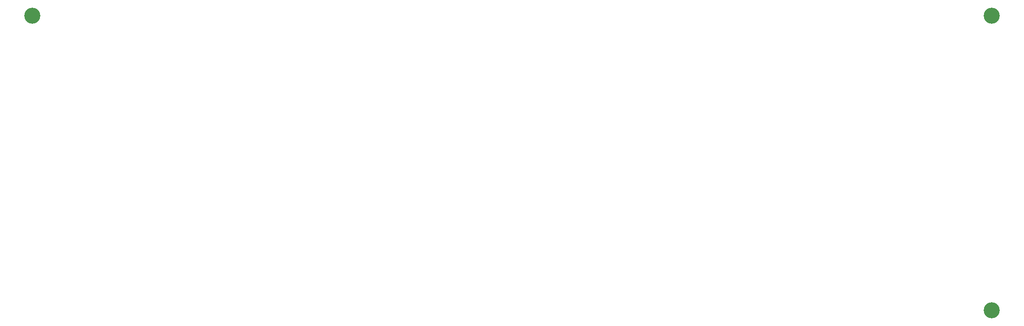
<source format=gbr>
%TF.GenerationSoftware,KiCad,Pcbnew,9.0.0*%
%TF.CreationDate,2025-03-13T12:02:38+01:00*%
%TF.ProjectId,chessboard_pcb,63686573-7362-46f6-9172-645f7063622e,rev?*%
%TF.SameCoordinates,Original*%
%TF.FileFunction,NonPlated,1,2,NPTH,Drill*%
%TF.FilePolarity,Positive*%
%FSLAX46Y46*%
G04 Gerber Fmt 4.6, Leading zero omitted, Abs format (unit mm)*
G04 Created by KiCad (PCBNEW 9.0.0) date 2025-03-13 12:02:38*
%MOMM*%
%LPD*%
G01*
G04 APERTURE LIST*
%TA.AperFunction,ComponentDrill*%
%ADD10C,3.200000*%
%TD*%
G04 APERTURE END LIST*
D10*
%TO.C,H2*%
X81430000Y-57270000D03*
%TO.C,H3*%
X272500000Y-57270000D03*
%TO.C,H1*%
X272500000Y-116000000D03*
M02*

</source>
